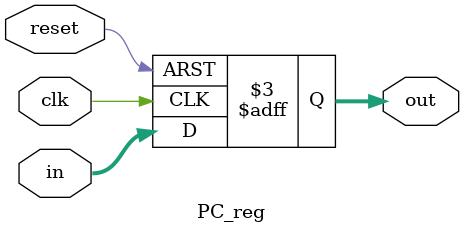
<source format=v>
`timescale 1ns / 1ps
module PC_reg(
	input[29:0]in,
	input clk,reset,
	output reg[29:0]out
    );
	always@(negedge clk or negedge reset)
		if(reset==1'b0) out<=30'd0;
		else out<=in;
endmodule

</source>
